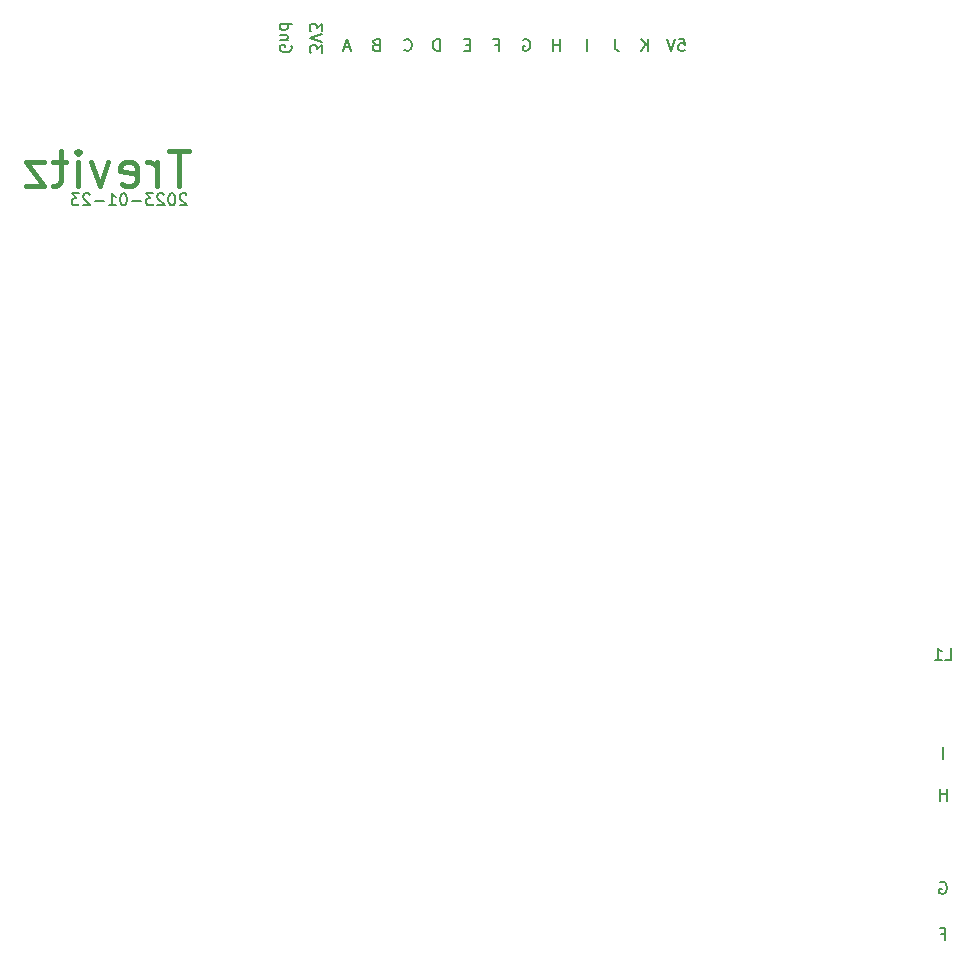
<source format=gbr>
%TF.GenerationSoftware,KiCad,Pcbnew,6.0.10+dfsg-2*%
%TF.CreationDate,2023-01-31T20:00:01-05:00*%
%TF.ProjectId,StoveRelays,53746f76-6552-4656-9c61-79732e6b6963,rev?*%
%TF.SameCoordinates,Original*%
%TF.FileFunction,Legend,Bot*%
%TF.FilePolarity,Positive*%
%FSLAX46Y46*%
G04 Gerber Fmt 4.6, Leading zero omitted, Abs format (unit mm)*
G04 Created by KiCad (PCBNEW 6.0.10+dfsg-2) date 2023-01-31 20:00:01*
%MOMM*%
%LPD*%
G01*
G04 APERTURE LIST*
%ADD10C,0.150000*%
%ADD11C,0.400000*%
G04 APERTURE END LIST*
D10*
X146625714Y-52912380D02*
X146625714Y-51912380D01*
X146625714Y-52388571D02*
X146054285Y-52388571D01*
X146054285Y-52912380D02*
X146054285Y-51912380D01*
X154094904Y-52912380D02*
X154094904Y-51912380D01*
X153523476Y-52912380D02*
X153952047Y-52340952D01*
X153523476Y-51912380D02*
X154094904Y-52483809D01*
X151277142Y-51912380D02*
X151277142Y-52626666D01*
X151324761Y-52769523D01*
X151420000Y-52864761D01*
X151562857Y-52912380D01*
X151658095Y-52912380D01*
X178927142Y-127690571D02*
X179260476Y-127690571D01*
X179260476Y-128214380D02*
X179260476Y-127214380D01*
X178784285Y-127214380D01*
X131028571Y-52388571D02*
X130885714Y-52436190D01*
X130838095Y-52483809D01*
X130790476Y-52579047D01*
X130790476Y-52721904D01*
X130838095Y-52817142D01*
X130885714Y-52864761D01*
X130980952Y-52912380D01*
X131361904Y-52912380D01*
X131361904Y-51912380D01*
X131028571Y-51912380D01*
X130933333Y-51960000D01*
X130885714Y-52007619D01*
X130838095Y-52102857D01*
X130838095Y-52198095D01*
X130885714Y-52293333D01*
X130933333Y-52340952D01*
X131028571Y-52388571D01*
X131361904Y-52388571D01*
X179070000Y-112847380D02*
X179070000Y-111847380D01*
X179355714Y-116403380D02*
X179355714Y-115403380D01*
X179355714Y-115879571D02*
X178784285Y-115879571D01*
X178784285Y-116403380D02*
X178784285Y-115403380D01*
X115002142Y-65088619D02*
X114954523Y-65041000D01*
X114859285Y-64993380D01*
X114621190Y-64993380D01*
X114525952Y-65041000D01*
X114478333Y-65088619D01*
X114430714Y-65183857D01*
X114430714Y-65279095D01*
X114478333Y-65421952D01*
X115049761Y-65993380D01*
X114430714Y-65993380D01*
X113811666Y-64993380D02*
X113716428Y-64993380D01*
X113621190Y-65041000D01*
X113573571Y-65088619D01*
X113525952Y-65183857D01*
X113478333Y-65374333D01*
X113478333Y-65612428D01*
X113525952Y-65802904D01*
X113573571Y-65898142D01*
X113621190Y-65945761D01*
X113716428Y-65993380D01*
X113811666Y-65993380D01*
X113906904Y-65945761D01*
X113954523Y-65898142D01*
X114002142Y-65802904D01*
X114049761Y-65612428D01*
X114049761Y-65374333D01*
X114002142Y-65183857D01*
X113954523Y-65088619D01*
X113906904Y-65041000D01*
X113811666Y-64993380D01*
X113097380Y-65088619D02*
X113049761Y-65041000D01*
X112954523Y-64993380D01*
X112716428Y-64993380D01*
X112621190Y-65041000D01*
X112573571Y-65088619D01*
X112525952Y-65183857D01*
X112525952Y-65279095D01*
X112573571Y-65421952D01*
X113145000Y-65993380D01*
X112525952Y-65993380D01*
X112192619Y-64993380D02*
X111573571Y-64993380D01*
X111906904Y-65374333D01*
X111764047Y-65374333D01*
X111668809Y-65421952D01*
X111621190Y-65469571D01*
X111573571Y-65564809D01*
X111573571Y-65802904D01*
X111621190Y-65898142D01*
X111668809Y-65945761D01*
X111764047Y-65993380D01*
X112049761Y-65993380D01*
X112145000Y-65945761D01*
X112192619Y-65898142D01*
X111145000Y-65612428D02*
X110383095Y-65612428D01*
X109716428Y-64993380D02*
X109621190Y-64993380D01*
X109525952Y-65041000D01*
X109478333Y-65088619D01*
X109430714Y-65183857D01*
X109383095Y-65374333D01*
X109383095Y-65612428D01*
X109430714Y-65802904D01*
X109478333Y-65898142D01*
X109525952Y-65945761D01*
X109621190Y-65993380D01*
X109716428Y-65993380D01*
X109811666Y-65945761D01*
X109859285Y-65898142D01*
X109906904Y-65802904D01*
X109954523Y-65612428D01*
X109954523Y-65374333D01*
X109906904Y-65183857D01*
X109859285Y-65088619D01*
X109811666Y-65041000D01*
X109716428Y-64993380D01*
X108430714Y-65993380D02*
X109002142Y-65993380D01*
X108716428Y-65993380D02*
X108716428Y-64993380D01*
X108811666Y-65136238D01*
X108906904Y-65231476D01*
X109002142Y-65279095D01*
X108002142Y-65612428D02*
X107240238Y-65612428D01*
X106811666Y-65088619D02*
X106764047Y-65041000D01*
X106668809Y-64993380D01*
X106430714Y-64993380D01*
X106335476Y-65041000D01*
X106287857Y-65088619D01*
X106240238Y-65183857D01*
X106240238Y-65279095D01*
X106287857Y-65421952D01*
X106859285Y-65993380D01*
X106240238Y-65993380D01*
X105906904Y-64993380D02*
X105287857Y-64993380D01*
X105621190Y-65374333D01*
X105478333Y-65374333D01*
X105383095Y-65421952D01*
X105335476Y-65469571D01*
X105287857Y-65564809D01*
X105287857Y-65802904D01*
X105335476Y-65898142D01*
X105383095Y-65945761D01*
X105478333Y-65993380D01*
X105764047Y-65993380D01*
X105859285Y-65945761D01*
X105906904Y-65898142D01*
X123853000Y-52467857D02*
X123900619Y-52563095D01*
X123900619Y-52705952D01*
X123853000Y-52848809D01*
X123757761Y-52944047D01*
X123662523Y-52991666D01*
X123472047Y-53039285D01*
X123329190Y-53039285D01*
X123138714Y-52991666D01*
X123043476Y-52944047D01*
X122948238Y-52848809D01*
X122900619Y-52705952D01*
X122900619Y-52610714D01*
X122948238Y-52467857D01*
X122995857Y-52420238D01*
X123329190Y-52420238D01*
X123329190Y-52610714D01*
X123567285Y-51991666D02*
X122900619Y-51991666D01*
X123472047Y-51991666D02*
X123519666Y-51944047D01*
X123567285Y-51848809D01*
X123567285Y-51705952D01*
X123519666Y-51610714D01*
X123424428Y-51563095D01*
X122900619Y-51563095D01*
X122900619Y-50658333D02*
X123900619Y-50658333D01*
X122948238Y-50658333D02*
X122900619Y-50753571D01*
X122900619Y-50944047D01*
X122948238Y-51039285D01*
X122995857Y-51086904D01*
X123091095Y-51134523D01*
X123376809Y-51134523D01*
X123472047Y-51086904D01*
X123519666Y-51039285D01*
X123567285Y-50944047D01*
X123567285Y-50753571D01*
X123519666Y-50658333D01*
X141117142Y-52388571D02*
X141450476Y-52388571D01*
X141450476Y-52912380D02*
X141450476Y-51912380D01*
X140974285Y-51912380D01*
X133457476Y-52817142D02*
X133505095Y-52864761D01*
X133647952Y-52912380D01*
X133743190Y-52912380D01*
X133886047Y-52864761D01*
X133981285Y-52769523D01*
X134028904Y-52674285D01*
X134076523Y-52483809D01*
X134076523Y-52340952D01*
X134028904Y-52150476D01*
X133981285Y-52055238D01*
X133886047Y-51960000D01*
X133743190Y-51912380D01*
X133647952Y-51912380D01*
X133505095Y-51960000D01*
X133457476Y-52007619D01*
X156690476Y-51912380D02*
X157166666Y-51912380D01*
X157214285Y-52388571D01*
X157166666Y-52340952D01*
X157071428Y-52293333D01*
X156833333Y-52293333D01*
X156738095Y-52340952D01*
X156690476Y-52388571D01*
X156642857Y-52483809D01*
X156642857Y-52721904D01*
X156690476Y-52817142D01*
X156738095Y-52864761D01*
X156833333Y-52912380D01*
X157071428Y-52912380D01*
X157166666Y-52864761D01*
X157214285Y-52817142D01*
X156357142Y-51912380D02*
X156023809Y-52912380D01*
X155690476Y-51912380D01*
X128798095Y-52626666D02*
X128321904Y-52626666D01*
X128893333Y-52912380D02*
X128560000Y-51912380D01*
X128226666Y-52912380D01*
X136441904Y-52912380D02*
X136441904Y-51912380D01*
X136203809Y-51912380D01*
X136060952Y-51960000D01*
X135965714Y-52055238D01*
X135918095Y-52150476D01*
X135870476Y-52340952D01*
X135870476Y-52483809D01*
X135918095Y-52674285D01*
X135965714Y-52769523D01*
X136060952Y-52864761D01*
X136203809Y-52912380D01*
X136441904Y-52912380D01*
X143538095Y-51960000D02*
X143633333Y-51912380D01*
X143776190Y-51912380D01*
X143919047Y-51960000D01*
X144014285Y-52055238D01*
X144061904Y-52150476D01*
X144109523Y-52340952D01*
X144109523Y-52483809D01*
X144061904Y-52674285D01*
X144014285Y-52769523D01*
X143919047Y-52864761D01*
X143776190Y-52912380D01*
X143680952Y-52912380D01*
X143538095Y-52864761D01*
X143490476Y-52817142D01*
X143490476Y-52483809D01*
X143680952Y-52483809D01*
D11*
X115240000Y-61358142D02*
X113525714Y-61358142D01*
X114382857Y-64358142D02*
X114382857Y-61358142D01*
X112525714Y-64358142D02*
X112525714Y-62358142D01*
X112525714Y-62929571D02*
X112382857Y-62643857D01*
X112240000Y-62501000D01*
X111954285Y-62358142D01*
X111668571Y-62358142D01*
X109525714Y-64215285D02*
X109811428Y-64358142D01*
X110382857Y-64358142D01*
X110668571Y-64215285D01*
X110811428Y-63929571D01*
X110811428Y-62786714D01*
X110668571Y-62501000D01*
X110382857Y-62358142D01*
X109811428Y-62358142D01*
X109525714Y-62501000D01*
X109382857Y-62786714D01*
X109382857Y-63072428D01*
X110811428Y-63358142D01*
X108382857Y-62358142D02*
X107668571Y-64358142D01*
X106954285Y-62358142D01*
X105811428Y-64358142D02*
X105811428Y-62358142D01*
X105811428Y-61358142D02*
X105954285Y-61501000D01*
X105811428Y-61643857D01*
X105668571Y-61501000D01*
X105811428Y-61358142D01*
X105811428Y-61643857D01*
X104811428Y-62358142D02*
X103668571Y-62358142D01*
X104382857Y-61358142D02*
X104382857Y-63929571D01*
X104240000Y-64215285D01*
X103954285Y-64358142D01*
X103668571Y-64358142D01*
X102954285Y-62358142D02*
X101382857Y-62358142D01*
X102954285Y-64358142D01*
X101382857Y-64358142D01*
D10*
X138985085Y-52388571D02*
X138651752Y-52388571D01*
X138508895Y-52912380D02*
X138985085Y-52912380D01*
X138985085Y-51912380D01*
X138508895Y-51912380D01*
X126440619Y-53063095D02*
X126440619Y-52444047D01*
X126059666Y-52777380D01*
X126059666Y-52634523D01*
X126012047Y-52539285D01*
X125964428Y-52491666D01*
X125869190Y-52444047D01*
X125631095Y-52444047D01*
X125535857Y-52491666D01*
X125488238Y-52539285D01*
X125440619Y-52634523D01*
X125440619Y-52920238D01*
X125488238Y-53015476D01*
X125535857Y-53063095D01*
X126440619Y-52158333D02*
X125440619Y-51825000D01*
X126440619Y-51491666D01*
X126440619Y-51253571D02*
X126440619Y-50634523D01*
X126059666Y-50967857D01*
X126059666Y-50825000D01*
X126012047Y-50729761D01*
X125964428Y-50682142D01*
X125869190Y-50634523D01*
X125631095Y-50634523D01*
X125535857Y-50682142D01*
X125488238Y-50729761D01*
X125440619Y-50825000D01*
X125440619Y-51110714D01*
X125488238Y-51205952D01*
X125535857Y-51253571D01*
X178808095Y-123325000D02*
X178903333Y-123277380D01*
X179046190Y-123277380D01*
X179189047Y-123325000D01*
X179284285Y-123420238D01*
X179331904Y-123515476D01*
X179379523Y-123705952D01*
X179379523Y-123848809D01*
X179331904Y-124039285D01*
X179284285Y-124134523D01*
X179189047Y-124229761D01*
X179046190Y-124277380D01*
X178950952Y-124277380D01*
X178808095Y-124229761D01*
X178760476Y-124182142D01*
X178760476Y-123848809D01*
X178950952Y-123848809D01*
X179236666Y-104465380D02*
X179712857Y-104465380D01*
X179712857Y-103465380D01*
X178379523Y-104465380D02*
X178950952Y-104465380D01*
X178665238Y-104465380D02*
X178665238Y-103465380D01*
X178760476Y-103608238D01*
X178855714Y-103703476D01*
X178950952Y-103751095D01*
X148880000Y-52912380D02*
X148880000Y-51912380D01*
M02*

</source>
